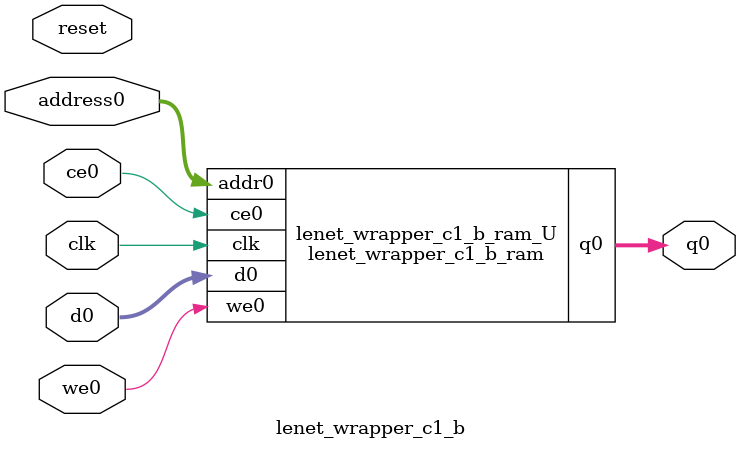
<source format=v>

`timescale 1 ns / 1 ps
module lenet_wrapper_c1_b_ram (addr0, ce0, d0, we0, q0,  clk);

parameter DWIDTH = 32;
parameter AWIDTH = 3;
parameter MEM_SIZE = 6;

input[AWIDTH-1:0] addr0;
input ce0;
input[DWIDTH-1:0] d0;
input we0;
output reg[DWIDTH-1:0] q0;
input clk;

(* ram_style = "distributed" *)reg [DWIDTH-1:0] ram[0:MEM_SIZE-1];




always @(posedge clk)  
begin 
    if (ce0) 
    begin
        if (we0) 
        begin 
            ram[addr0] <= d0; 
            q0 <= d0;
        end 
        else 
            q0 <= ram[addr0];
    end
end


endmodule


`timescale 1 ns / 1 ps
module lenet_wrapper_c1_b(
    reset,
    clk,
    address0,
    ce0,
    we0,
    d0,
    q0);

parameter DataWidth = 32'd32;
parameter AddressRange = 32'd6;
parameter AddressWidth = 32'd3;
input reset;
input clk;
input[AddressWidth - 1:0] address0;
input ce0;
input we0;
input[DataWidth - 1:0] d0;
output[DataWidth - 1:0] q0;



lenet_wrapper_c1_b_ram lenet_wrapper_c1_b_ram_U(
    .clk( clk ),
    .addr0( address0 ),
    .ce0( ce0 ),
    .d0( d0 ),
    .we0( we0 ),
    .q0( q0 ));

endmodule


</source>
